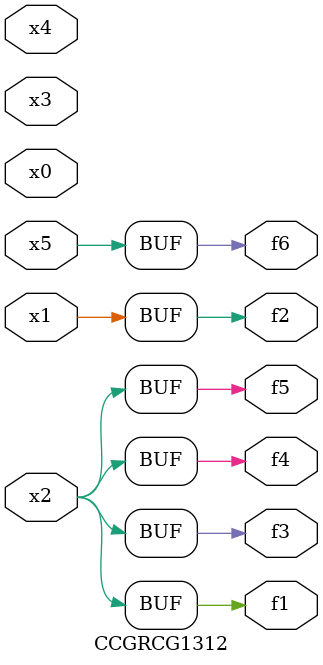
<source format=v>
module CCGRCG1312(
	input x0, x1, x2, x3, x4, x5,
	output f1, f2, f3, f4, f5, f6
);
	assign f1 = x2;
	assign f2 = x1;
	assign f3 = x2;
	assign f4 = x2;
	assign f5 = x2;
	assign f6 = x5;
endmodule

</source>
